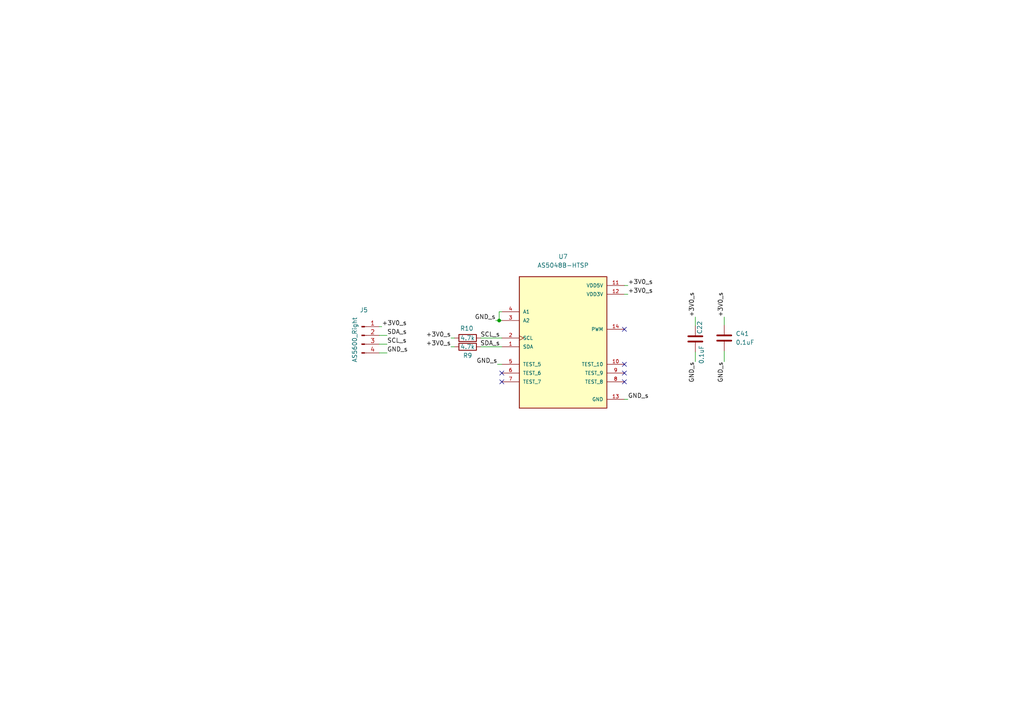
<source format=kicad_sch>
(kicad_sch (version 20211123) (generator eeschema)
  (paper "A4")
  (title_block (title "MUSHAK_PCB") (date "9 Aug 2022") (company "SRA-VJTI") (comment 1 "Designed by - Chinmay Lonkar"))
  (lib_symbols
    (symbol "AS5048B-HTSP:AS5048B-HTSP" (pin_names (offset 1.016))
      (property "Reference" "U" (at -12.7762 17.8816 0))
      (property "Value" "AS5048B-HTSP" (at -12.7762 -23.0124 0))
      (symbol "AS5048B-HTSP_0_0"
        (rectangle (start -12.7 -20.32) (end 12.7 17.78) (stroke (width 0.254)) (fill (type background)))
        (pin bidirectional line (at -17.78 -2.54 0) (length 5.08) (name "SDA") (number "1"))
        (pin passive line (at 17.78 -7.62 180) (length 5.08) (name "TEST_10") (number "10"))
        (pin power_in line (at 17.78 15.24 180) (length 5.08) (name "VDD5V") (number "11"))
        (pin power_in line (at 17.78 12.7 180) (length 5.08) (name "VDD3V") (number "12"))
        (pin power_in line (at 17.78 -17.78 180) (length 5.08) (name "GND") (number "13"))
        (pin output line (at 17.78 2.54 180) (length 5.08) (name "PWM") (number "14"))
        (pin input clock (at -17.78 0 0) (length 5.08) (name "SCL") (number "2"))
        (pin input line (at -17.78 5.08 0) (length 5.08) (name "A2") (number "3"))
        (pin input line (at -17.78 7.62 0) (length 5.08) (name "A1") (number "4"))
        (pin passive line (at -17.78 -7.62 0) (length 5.08) (name "TEST_5") (number "5"))
        (pin passive line (at -17.78 -10.16 0) (length 5.08) (name "TEST_6") (number "6"))
        (pin passive line (at -17.78 -12.7 0) (length 5.08) (name "TEST_7") (number "7"))
        (pin passive line (at 17.78 -12.7 180) (length 5.08) (name "TEST_8") (number "8"))
        (pin passive line (at 17.78 -10.16 180) (length 5.08) (name "TEST_9") (number "9"))
      )
    )
    (symbol "Connector:Conn_01x04_Male" (pin_names (offset 1.016) hide)
      (property "Reference" "J" (at 0 5.08 0))
      (property "Value" "Conn_01x04_Male" (at 0 -7.62 0))
      (symbol "Conn_01x04_Male_1_1"
        (polyline (pts (xy 1.27 -5.08) (xy 0.8636 -5.08)) (stroke (width 0.1524)))
        (polyline (pts (xy 1.27 -2.54) (xy 0.8636 -2.54)) (stroke (width 0.1524)))
        (polyline (pts (xy 1.27 0) (xy 0.8636 0)) (stroke (width 0.1524)))
        (polyline (pts (xy 1.27 2.54) (xy 0.8636 2.54)) (stroke (width 0.1524)))
        (rectangle (start 0.8636 -4.953) (end 0 -5.207) (stroke (width 0.1524)) (fill (type outline)))
        (rectangle (start 0.8636 -2.413) (end 0 -2.667) (stroke (width 0.1524)) (fill (type outline)))
        (rectangle (start 0.8636 0.127) (end 0 -0.127) (stroke (width 0.1524)) (fill (type outline)))
        (rectangle (start 0.8636 2.667) (end 0 2.413) (stroke (width 0.1524)) (fill (type outline)))
        (pin passive line (at 5.08 2.54 180) (length 3.81) (name "Pin_1") (number "1"))
        (pin passive line (at 5.08 0 180) (length 3.81) (name "Pin_2") (number "2"))
        (pin passive line (at 5.08 -2.54 180) (length 3.81) (name "Pin_3") (number "3"))
        (pin passive line (at 5.08 -5.08 180) (length 3.81) (name "Pin_4") (number "4"))
      )
    )
    (symbol "Device:C" (pin_numbers hide) (pin_names (offset 0.254))
      (property "Reference" "C" (at 0.635 2.54 0))
      (property "Value" "C" (at 0.635 -2.54 0))
      (symbol "C_0_1"
        (polyline (pts (xy -2.032 -0.762) (xy 2.032 -0.762)) (stroke (width 0.508)))
        (polyline (pts (xy -2.032 0.762) (xy 2.032 0.762)) (stroke (width 0.508)))
      )
      (symbol "C_1_1"
        (pin passive line (at 0 3.81 270) (length 2.794) (name "~") (number "1"))
        (pin passive line (at 0 -3.81 90) (length 2.794) (name "~") (number "2"))
      )
    )
    (symbol "Device:R" (pin_numbers hide) (pin_names (offset 0))
      (property "Reference" "R" (at 2.032 0 90))
      (property "Value" "R" (at 0 0 90))
      (symbol "R_0_1"
        (rectangle (start -1.016 -2.54) (end 1.016 2.54) (stroke (width 0.254)))
      )
      (symbol "R_1_1"
        (pin passive line (at 0 3.81 270) (length 1.27) (name "~") (number "1"))
        (pin passive line (at 0 -3.81 90) (length 1.27) (name "~") (number "2"))
      )
    )
  )
  (junction (at 144.78 92.964))
  (no_connect (at 181.102 108.204))
  (no_connect (at 181.102 110.744))
  (no_connect (at 181.102 105.664))
  (no_connect (at 145.542 108.204))
  (no_connect (at 145.542 110.744))
  (no_connect (at 181.102 95.504))
  (wire (pts (xy 109.982 94.742) (xy 110.744 94.742)))
  (wire (pts (xy 181.102 82.804) (xy 182.118 82.804)))
  (wire (pts (xy 181.102 85.344) (xy 182.118 85.344)))
  (wire (pts (xy 139.446 100.584) (xy 145.542 100.584)))
  (wire (pts (xy 139.446 98.044) (xy 145.542 98.044)))
  (wire (pts (xy 145.542 90.424) (xy 144.78 90.424)))
  (wire (pts (xy 109.982 97.282) (xy 112.268 97.282)))
  (wire (pts (xy 143.764 92.964) (xy 144.78 92.964)))
  (wire (pts (xy 131.826 100.584) (xy 130.81 100.584)))
  (wire (pts (xy 210.058 101.854) (xy 210.058 104.902)))
  (wire (pts (xy 109.982 99.822) (xy 112.268 99.822)))
  (wire (pts (xy 109.982 102.362) (xy 112.268 102.362)))
  (wire (pts (xy 144.78 90.424) (xy 144.78 92.964)))
  (wire (pts (xy 201.676 102.108) (xy 201.676 104.902)))
  (wire (pts (xy 144.78 92.964) (xy 145.542 92.964)))
  (wire (pts (xy 210.058 91.948) (xy 210.058 94.234)))
  (wire (pts (xy 144.272 105.664) (xy 145.542 105.664)))
  (wire (pts (xy 131.826 98.044) (xy 130.81 98.044)))
  (wire (pts (xy 181.102 115.824) (xy 182.118 115.824)))
  (wire (pts (xy 201.676 91.948) (xy 201.676 94.488)))
  (label "+3V0_s" (at 182.118 85.344 0))
  (label "+3V0_s" (at 201.676 91.948 90))
  (label "SCL_s" (at 145.034 98.044 180))
  (label "+3V0_s" (at 182.118 82.804 0))
  (label "+3V0_s" (at 130.81 98.044 180))
  (label "GND_s" (at 210.058 104.902 270))
  (label "SCL_s" (at 112.268 99.822 0))
  (label "+3V0_s" (at 130.81 100.584 180))
  (label "SDA_s" (at 145.034 100.584 180))
  (label "+3V0_s" (at 210.058 91.948 90))
  (label "GND_s" (at 201.676 104.902 270))
  (label "GND_s" (at 144.272 105.664 180))
  (label "+3V0_s" (at 110.744 94.742 0))
  (label "GND_s" (at 182.118 115.824 0))
  (label "GND_s" (at 143.764 92.964 180))
  (label "GND_s" (at 112.268 102.362 0))
  (label "SDA_s" (at 112.268 97.282 0))
  (symbol (lib_id "Device:C") (at 210.058 98.044 0) (unit 1)
    (property "Reference" "C41" (at 213.36 96.7739 0) (effects (justify left)))
    (property "Value" "0.1uF" (at 213.36 99.3139 0) (effects (justify left)))
    (property "Footprint" "Capacitor_SMD:C_0402_1005Metric" (effects hide))
  )
  (symbol (lib_id "Device:C") (at 201.676 98.298 180) (unit 1)
    (property "Reference" "C22" (at 202.946 94.996 90))
    (property "Value" "0.1uF" (at 203.454 102.87 90))
    (property "Footprint" "Capacitor_SMD:C_0402_1005Metric" (effects hide))
  )
  (symbol (lib_id "AS5048B-HTSP:AS5048B-HTSP") (at 163.322 98.044 0) (unit 1)
    (property "Reference" "U7" (at 163.322 74.422 0))
    (property "Value" "AS5048B-HTSP" (at 163.322 76.962 0))
    (property "Footprint" "AS5048B-HTSP:SOP65P640X120-14N" (effects hide))
    (property "PRICE" "None" (effects hide))
    (property "PARTREV" "1-11" (effects hide))
    (property "PACKAGE" "TSSOP-14 ams" (effects hide))
    (property "DESCRIPTION" "Ic Encoder Rotary 14-Tssop" (effects hide))
    (property "MF" "ams" (effects hide))
    (property "MP" "AS5048B-HTSP" (effects hide))
    (property "AVAILABILITY" "Unavailable" (effects hide))
    (property "STANDARD" "IPC-7351B" (effects hide))
  )
  (symbol (lib_id "Device:R") (at 135.636 98.044 90) (unit 1)
    (property "Reference" "R10" (at 135.382 95.25 90))
    (property "Value" "4.7k" (at 135.636 98.044 90))
    (property "Footprint" "Resistor_SMD:R_0402_1005Metric" (effects hide))
  )
  (symbol (lib_id "Device:R") (at 135.636 100.584 90) (unit 1)
    (property "Reference" "R9" (at 135.636 103.124 90))
    (property "Value" "4.7k" (at 135.636 100.584 90))
    (property "Footprint" "Resistor_SMD:R_0402_1005Metric" (effects hide))
  )
  (symbol (lib_id "Connector:Conn_01x04_Male") (at 104.902 97.282 0) (unit 1)
    (property "Reference" "J5" (at 105.537 89.916 0))
    (property "Value" "AS5600_Right" (at 102.87 98.552 90))
    (property "Footprint" "mushak_mount_footprint:STAND_SLAVE_04" (effects hide))
  )
)
</source>
